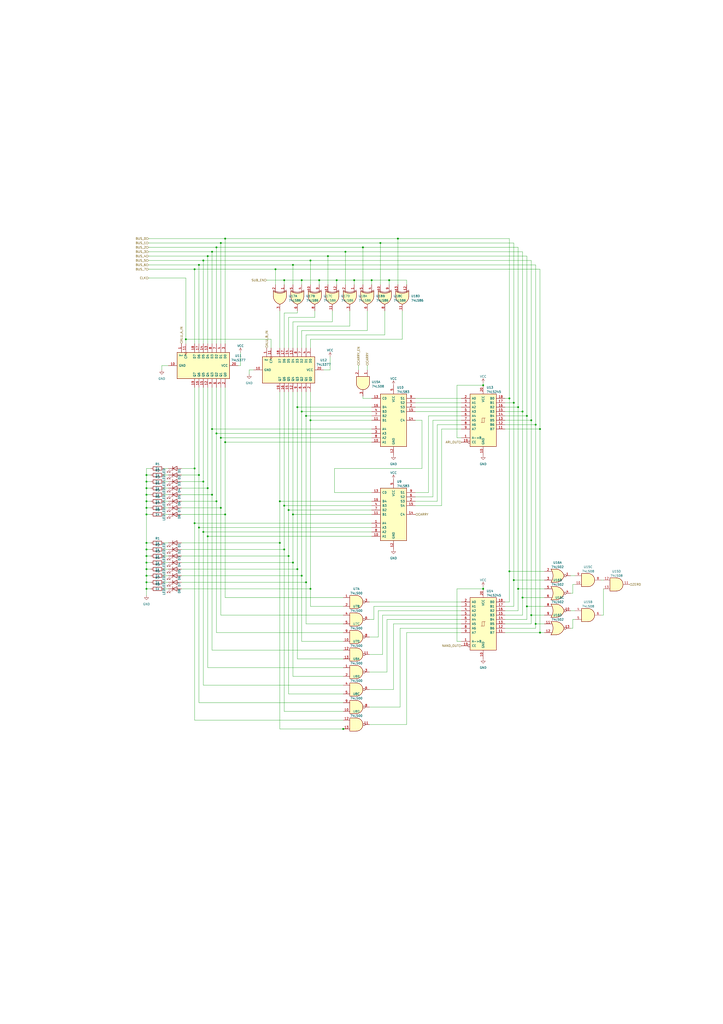
<source format=kicad_sch>
(kicad_sch (version 20230121) (generator eeschema)
  (paper "A2" portrait)
  (junction (at 185.42 162.56))
  (junction (at 298.45 336.55))
  (junction (at 85.09 275.59))
  (junction (at 280.67 223.52))
  (junction (at 306.07 351.79))
  (junction (at 115.57 275.59))
  (junction (at 195.58 162.56))
  (junction (at 298.45 233.68))
  (junction (at 85.09 318.77))
  (junction (at 125.73 290.83))
  (junction (at 205.74 162.56))
  (junction (at 177.8 241.3))
  (junction (at 165.1 162.56))
  (junction (at 300.99 341.63))
  (junction (at 175.26 334.01))
  (junction (at 167.64 295.91))
  (junction (at 303.53 346.71))
  (junction (at 113.03 271.78))
  (junction (at 85.09 326.39))
  (junction (at 170.18 298.45))
  (junction (at 180.34 243.84))
  (junction (at 303.53 238.76))
  (junction (at 210.82 143.51))
  (junction (at 313.69 248.92))
  (junction (at 85.09 283.21))
  (junction (at 128.27 294.64))
  (junction (at 311.15 361.95))
  (junction (at 308.61 356.87))
  (junction (at 130.81 298.45))
  (junction (at 180.34 341.63))
  (junction (at 226.06 162.56))
  (junction (at 125.73 251.46))
  (junction (at 160.02 156.21))
  (junction (at 295.91 331.47))
  (junction (at 172.72 236.22))
  (junction (at 165.1 293.37))
  (junction (at 118.11 279.4))
  (junction (at 170.18 326.39))
  (junction (at 120.65 148.59))
  (junction (at 165.1 318.77))
  (junction (at 200.66 146.05))
  (junction (at 123.19 287.02))
  (junction (at 118.11 151.13))
  (junction (at 306.07 241.3))
  (junction (at 128.27 254))
  (junction (at 85.09 279.4))
  (junction (at 313.69 367.03))
  (junction (at 85.09 287.02))
  (junction (at 170.18 153.67))
  (junction (at 190.5 148.59))
  (junction (at 85.09 337.82))
  (junction (at 172.72 330.2))
  (junction (at 130.81 138.43))
  (junction (at 123.19 248.92))
  (junction (at 175.26 162.56))
  (junction (at 107.95 196.85))
  (junction (at 162.56 290.83))
  (junction (at 180.34 151.13))
  (junction (at 231.14 138.43))
  (junction (at 85.09 330.2))
  (junction (at 311.15 246.38))
  (junction (at 85.09 322.58))
  (junction (at 308.61 243.84))
  (junction (at 128.27 140.97))
  (junction (at 85.09 294.64))
  (junction (at 167.64 322.58))
  (junction (at 115.57 153.67))
  (junction (at 113.03 303.53))
  (junction (at 130.81 256.54))
  (junction (at 220.98 140.97))
  (junction (at 175.26 238.76))
  (junction (at 280.67 341.63))
  (junction (at 162.56 314.96))
  (junction (at 123.19 146.05))
  (junction (at 125.73 143.51))
  (junction (at 215.9 162.56))
  (junction (at 115.57 306.07))
  (junction (at 177.8 337.82))
  (junction (at 113.03 156.21))
  (junction (at 120.65 283.21))
  (junction (at 300.99 236.22))
  (junction (at 295.91 231.14))
  (junction (at 85.09 290.83))
  (junction (at 85.09 298.45))
  (junction (at 199.39 422.91))
  (junction (at 85.09 334.01))
  (junction (at 118.11 308.61))
  (junction (at 85.09 314.96))
  (junction (at 85.09 341.63))
  (junction (at 120.65 311.15))
  (wire (pts (xy 177.8 337.82) (xy 177.8 361.95)))
  (wire (pts (xy 160.02 156.21) (xy 313.69 156.21)))
  (wire (pts (xy 251.46 243.84) (xy 251.46 288.29)))
  (wire (pts (xy 175.26 334.01) (xy 175.26 372.11)))
  (wire (pts (xy 87.63 283.21) (xy 85.09 283.21)))
  (wire (pts (xy 199.39 417.83) (xy 113.03 417.83)))
  (wire (pts (xy 195.58 162.56) (xy 185.42 162.56)))
  (wire (pts (xy 313.69 248.92) (xy 293.37 248.92)))
  (wire (pts (xy 177.8 241.3) (xy 177.8 337.82)))
  (wire (pts (xy 86.36 143.51) (xy 125.73 143.51)))
  (wire (pts (xy 87.63 275.59) (xy 85.09 275.59)))
  (wire (pts (xy 311.15 361.95) (xy 316.23 361.95)))
  (wire (pts (xy 241.3 238.76) (xy 267.97 238.76)))
  (wire (pts (xy 165.1 293.37) (xy 165.1 318.77)))
  (wire (pts (xy 85.09 318.77) (xy 87.63 318.77)))
  (wire (pts (xy 308.61 243.84) (xy 308.61 356.87)))
  (wire (pts (xy 115.57 275.59) (xy 115.57 306.07)))
  (wire (pts (xy 107.95 199.39) (xy 107.95 196.85)))
  (wire (pts (xy 210.82 143.51) (xy 210.82 165.1)))
  (wire (pts (xy 175.26 238.76) (xy 175.26 334.01)))
  (wire (pts (xy 298.45 336.55) (xy 298.45 351.79)))
  (wire (pts (xy 125.73 290.83) (xy 125.73 367.03)))
  (wire (pts (xy 170.18 153.67) (xy 311.15 153.67)))
  (wire (pts (xy 97.79 287.02) (xy 95.25 287.02)))
  (wire (pts (xy 86.36 148.59) (xy 120.65 148.59)))
  (wire (pts (xy 85.09 337.82) (xy 85.09 341.63)))
  (wire (pts (xy 167.64 295.91) (xy 167.64 322.58)))
  (wire (pts (xy 350.52 341.63) (xy 350.52 356.87)))
  (wire (pts (xy 97.79 275.59) (xy 95.25 275.59)))
  (wire (pts (xy 85.09 298.45) (xy 85.09 314.96)))
  (wire (pts (xy 265.43 372.11) (xy 265.43 341.63)))
  (wire (pts (xy 125.73 367.03) (xy 199.39 367.03)))
  (wire (pts (xy 233.68 196.85) (xy 180.34 196.85)))
  (wire (pts (xy 293.37 356.87) (xy 303.53 356.87)))
  (wire (pts (xy 128.27 140.97) (xy 220.98 140.97)))
  (wire (pts (xy 123.19 248.92) (xy 215.9 248.92)))
  (wire (pts (xy 87.63 294.64) (xy 85.09 294.64)))
  (wire (pts (xy 97.79 318.77) (xy 95.25 318.77)))
  (wire (pts (xy 300.99 341.63) (xy 300.99 354.33)))
  (wire (pts (xy 118.11 224.79) (xy 118.11 279.4)))
  (wire (pts (xy 97.79 298.45) (xy 95.25 298.45)))
  (wire (pts (xy 180.34 351.79) (xy 199.39 351.79)))
  (wire (pts (xy 214.63 400.05) (xy 228.6 400.05)))
  (wire (pts (xy 215.9 298.45) (xy 170.18 298.45)))
  (wire (pts (xy 300.99 354.33) (xy 293.37 354.33)))
  (wire (pts (xy 123.19 224.79) (xy 123.19 248.92)))
  (wire (pts (xy 118.11 308.61) (xy 118.11 397.51)))
  (wire (pts (xy 139.7 212.09) (xy 139.7 204.47)))
  (wire (pts (xy 105.41 326.39) (xy 170.18 326.39)))
  (wire (pts (xy 125.73 251.46) (xy 215.9 251.46)))
  (wire (pts (xy 219.71 369.57) (xy 219.71 354.33)))
  (wire (pts (xy 298.45 233.68) (xy 298.45 336.55)))
  (wire (pts (xy 113.03 303.53) (xy 113.03 417.83)))
  (wire (pts (xy 180.34 243.84) (xy 215.9 243.84)))
  (wire (pts (xy 180.34 151.13) (xy 180.34 165.1)))
  (wire (pts (xy 175.26 372.11) (xy 199.39 372.11)))
  (wire (pts (xy 308.61 356.87) (xy 316.23 356.87)))
  (wire (pts (xy 293.37 236.22) (xy 300.99 236.22)))
  (wire (pts (xy 300.99 341.63) (xy 316.23 341.63)))
  (wire (pts (xy 295.91 331.47) (xy 316.23 331.47)))
  (wire (pts (xy 215.9 236.22) (xy 172.72 236.22)))
  (wire (pts (xy 165.1 318.77) (xy 165.1 412.75)))
  (wire (pts (xy 306.07 359.41) (xy 293.37 359.41)))
  (wire (pts (xy 85.09 275.59) (xy 85.09 279.4)))
  (wire (pts (xy 180.34 243.84) (xy 180.34 341.63)))
  (wire (pts (xy 182.88 184.15) (xy 182.88 180.34)))
  (wire (pts (xy 130.81 138.43) (xy 130.81 199.39)))
  (wire (pts (xy 172.72 180.34) (xy 172.72 181.61)))
  (wire (pts (xy 87.63 279.4) (xy 85.09 279.4)))
  (wire (pts (xy 172.72 330.2) (xy 172.72 382.27)))
  (wire (pts (xy 241.3 236.22) (xy 267.97 236.22)))
  (wire (pts (xy 215.9 311.15) (xy 120.65 311.15)))
  (wire (pts (xy 97.79 314.96) (xy 95.25 314.96)))
  (wire (pts (xy 130.81 346.71) (xy 130.81 298.45)))
  (wire (pts (xy 85.09 330.2) (xy 87.63 330.2)))
  (wire (pts (xy 199.39 361.95) (xy 177.8 361.95)))
  (wire (pts (xy 293.37 241.3) (xy 306.07 241.3)))
  (wire (pts (xy 105.41 287.02) (xy 123.19 287.02)))
  (wire (pts (xy 293.37 351.79) (xy 298.45 351.79)))
  (wire (pts (xy 85.09 294.64) (xy 85.09 298.45)))
  (wire (pts (xy 154.94 162.56) (xy 165.1 162.56)))
  (wire (pts (xy 293.37 231.14) (xy 295.91 231.14)))
  (wire (pts (xy 214.63 389.89) (xy 224.79 389.89)))
  (wire (pts (xy 226.06 162.56) (xy 215.9 162.56)))
  (wire (pts (xy 185.42 162.56) (xy 185.42 165.1)))
  (wire (pts (xy 170.18 298.45) (xy 170.18 326.39)))
  (wire (pts (xy 85.09 326.39) (xy 85.09 330.2)))
  (wire (pts (xy 298.45 233.68) (xy 298.45 140.97)))
  (wire (pts (xy 125.73 143.51) (xy 210.82 143.51)))
  (wire (pts (xy 85.09 334.01) (xy 85.09 337.82)))
  (wire (pts (xy 311.15 246.38) (xy 311.15 361.95)))
  (wire (pts (xy 199.39 346.71) (xy 130.81 346.71)))
  (wire (pts (xy 85.09 337.82) (xy 87.63 337.82)))
  (wire (pts (xy 220.98 140.97) (xy 298.45 140.97)))
  (wire (pts (xy 241.3 290.83) (xy 254 290.83)))
  (wire (pts (xy 306.07 351.79) (xy 306.07 359.41)))
  (wire (pts (xy 190.5 148.59) (xy 306.07 148.59)))
  (wire (pts (xy 210.82 143.51) (xy 300.99 143.51)))
  (wire (pts (xy 85.09 330.2) (xy 85.09 334.01)))
  (wire (pts (xy 85.09 318.77) (xy 85.09 322.58)))
  (wire (pts (xy 85.09 290.83) (xy 85.09 294.64)))
  (wire (pts (xy 97.79 322.58) (xy 95.25 322.58)))
  (wire (pts (xy 236.22 162.56) (xy 226.06 162.56)))
  (wire (pts (xy 303.53 238.76) (xy 303.53 346.71)))
  (wire (pts (xy 217.17 359.41) (xy 217.17 351.79)))
  (wire (pts (xy 241.3 243.84) (xy 245.11 243.84)))
  (wire (pts (xy 214.63 349.25) (xy 267.97 349.25)))
  (wire (pts (xy 308.61 356.87) (xy 308.61 361.95)))
  (wire (pts (xy 293.37 361.95) (xy 308.61 361.95)))
  (wire (pts (xy 293.37 367.03) (xy 313.69 367.03)))
  (wire (pts (xy 165.1 412.75) (xy 199.39 412.75)))
  (wire (pts (xy 175.26 191.77) (xy 213.36 191.77)))
  (wire (pts (xy 241.3 233.68) (xy 267.97 233.68)))
  (wire (pts (xy 215.9 306.07) (xy 115.57 306.07)))
  (wire (pts (xy 128.27 356.87) (xy 128.27 294.64)))
  (wire (pts (xy 231.14 138.43) (xy 295.91 138.43)))
  (wire (pts (xy 349.25 356.87) (xy 350.52 356.87)))
  (wire (pts (xy 105.41 341.63) (xy 180.34 341.63)))
  (wire (pts (xy 85.09 283.21) (xy 85.09 287.02)))
  (wire (pts (xy 194.31 285.75) (xy 215.9 285.75)))
  (wire (pts (xy 85.09 279.4) (xy 85.09 283.21)))
  (wire (pts (xy 85.09 298.45) (xy 87.63 298.45)))
  (wire (pts (xy 223.52 194.31) (xy 223.52 180.34)))
  (wire (pts (xy 199.39 402.59) (xy 167.64 402.59)))
  (wire (pts (xy 85.09 314.96) (xy 87.63 314.96)))
  (wire (pts (xy 213.36 191.77) (xy 213.36 180.34)))
  (wire (pts (xy 220.98 140.97) (xy 220.98 165.1)))
  (wire (pts (xy 267.97 243.84) (xy 251.46 243.84)))
  (wire (pts (xy 303.53 346.71) (xy 303.53 356.87)))
  (wire (pts (xy 228.6 361.95) (xy 267.97 361.95)))
  (wire (pts (xy 185.42 162.56) (xy 175.26 162.56)))
  (wire (pts (xy 85.09 322.58) (xy 87.63 322.58)))
  (wire (pts (xy 120.65 148.59) (xy 120.65 199.39)))
  (wire (pts (xy 120.65 148.59) (xy 190.5 148.59)))
  (wire (pts (xy 167.64 201.93) (xy 167.64 184.15)))
  (wire (pts (xy 170.18 153.67) (xy 170.18 165.1)))
  (wire (pts (xy 217.17 351.79) (xy 267.97 351.79)))
  (wire (pts (xy 167.64 227.33) (xy 167.64 295.91)))
  (wire (pts (xy 118.11 279.4) (xy 118.11 308.61)))
  (wire (pts (xy 265.43 341.63) (xy 280.67 341.63)))
  (wire (pts (xy 97.79 341.63) (xy 95.25 341.63)))
  (wire (pts (xy 311.15 364.49) (xy 293.37 364.49)))
  (wire (pts (xy 105.41 271.78) (xy 113.03 271.78)))
  (wire (pts (xy 85.09 334.01) (xy 87.63 334.01)))
  (wire (pts (xy 311.15 361.95) (xy 311.15 364.49)))
  (wire (pts (xy 231.14 138.43) (xy 231.14 165.1)))
  (wire (pts (xy 105.41 290.83) (xy 125.73 290.83)))
  (wire (pts (xy 165.1 227.33) (xy 165.1 293.37)))
  (wire (pts (xy 214.63 379.73) (xy 222.25 379.73)))
  (wire (pts (xy 300.99 236.22) (xy 300.99 341.63)))
  (wire (pts (xy 85.09 341.63) (xy 87.63 341.63)))
  (wire (pts (xy 222.25 356.87) (xy 267.97 356.87)))
  (wire (pts (xy 120.65 311.15) (xy 120.65 387.35)))
  (wire (pts (xy 313.69 367.03) (xy 316.23 367.03)))
  (wire (pts (xy 165.1 181.61) (xy 165.1 201.93)))
  (wire (pts (xy 115.57 224.79) (xy 115.57 275.59)))
  (wire (pts (xy 130.81 138.43) (xy 231.14 138.43)))
  (wire (pts (xy 86.36 140.97) (xy 128.27 140.97)))
  (wire (pts (xy 331.47 354.33) (xy 334.01 354.33)))
  (wire (pts (xy 256.54 293.37) (xy 241.3 293.37)))
  (wire (pts (xy 97.79 326.39) (xy 95.25 326.39)))
  (wire (pts (xy 165.1 165.1) (xy 165.1 162.56)))
  (wire (pts (xy 232.41 410.21) (xy 232.41 364.49)))
  (wire (pts (xy 175.26 201.93) (xy 175.26 191.77)))
  (wire (pts (xy 308.61 243.84) (xy 308.61 151.13)))
  (wire (pts (xy 97.79 330.2) (xy 95.25 330.2)))
  (wire (pts (xy 157.48 196.85) (xy 157.48 201.93)))
  (wire (pts (xy 115.57 306.07) (xy 115.57 407.67)))
  (wire (pts (xy 332.74 359.41) (xy 334.01 359.41)))
  (wire (pts (xy 85.09 326.39) (xy 87.63 326.39)))
  (wire (pts (xy 241.3 285.75) (xy 248.92 285.75)))
  (wire (pts (xy 295.91 331.47) (xy 295.91 349.25)))
  (wire (pts (xy 210.82 229.87) (xy 210.82 231.14)))
  (wire (pts (xy 236.22 165.1) (xy 236.22 162.56)))
  (wire (pts (xy 105.41 279.4) (xy 118.11 279.4)))
  (wire (pts (xy 251.46 288.29) (xy 241.3 288.29)))
  (wire (pts (xy 224.79 359.41) (xy 267.97 359.41)))
  (wire (pts (xy 222.25 379.73) (xy 222.25 356.87)))
  (wire (pts (xy 293.37 243.84) (xy 308.61 243.84)))
  (wire (pts (xy 105.41 294.64) (xy 128.27 294.64)))
  (wire (pts (xy 97.79 290.83) (xy 95.25 290.83)))
  (wire (pts (xy 115.57 153.67) (xy 170.18 153.67)))
  (wire (pts (xy 177.8 241.3) (xy 215.9 241.3)))
  (wire (pts (xy 200.66 146.05) (xy 200.66 165.1)))
  (wire (pts (xy 165.1 162.56) (xy 175.26 162.56)))
  (wire (pts (xy 162.56 180.34) (xy 162.56 201.93)))
  (wire (pts (xy 130.81 256.54) (xy 215.9 256.54)))
  (wire (pts (xy 215.9 293.37) (xy 165.1 293.37)))
  (wire (pts (xy 180.34 227.33) (xy 180.34 243.84)))
  (wire (pts (xy 214.63 420.37) (xy 236.22 420.37)))
  (wire (pts (xy 295.91 349.25) (xy 293.37 349.25)))
  (wire (pts (xy 120.65 224.79) (xy 120.65 283.21)))
  (wire (pts (xy 172.72 181.61) (xy 165.1 181.61)))
  (wire (pts (xy 97.79 279.4) (xy 95.25 279.4)))
  (wire (pts (xy 306.07 241.3) (xy 306.07 148.59)))
  (wire (pts (xy 128.27 199.39) (xy 128.27 140.97)))
  (wire (pts (xy 205.74 162.56) (xy 205.74 165.1)))
  (wire (pts (xy 144.78 217.17) (xy 144.78 214.63)))
  (wire (pts (xy 295.91 231.14) (xy 295.91 138.43)))
  (wire (pts (xy 219.71 354.33) (xy 267.97 354.33)))
  (wire (pts (xy 130.81 256.54) (xy 130.81 298.45)))
  (wire (pts (xy 162.56 290.83) (xy 215.9 290.83)))
  (wire (pts (xy 245.11 271.78) (xy 245.11 243.84)))
  (wire (pts (xy 167.64 322.58) (xy 167.64 402.59)))
  (wire (pts (xy 233.68 180.34) (xy 233.68 196.85)))
  (wire (pts (xy 170.18 186.69) (xy 193.04 186.69)))
  (wire (pts (xy 194.31 285.75) (xy 194.31 271.78)))
  (wire (pts (xy 97.79 271.78) (xy 95.25 271.78)))
  (wire (pts (xy 280.67 340.36) (xy 280.67 341.63)))
  (wire (pts (xy 191.77 214.63) (xy 191.77 207.01)))
  (wire (pts (xy 160.02 156.21) (xy 160.02 165.1)))
  (wire (pts (xy 115.57 153.67) (xy 115.57 199.39)))
  (wire (pts (xy 199.39 397.51) (xy 118.11 397.51)))
  (wire (pts (xy 170.18 227.33) (xy 170.18 298.45)))
  (wire (pts (xy 105.41 334.01) (xy 175.26 334.01)))
  (wire (pts (xy 87.63 287.02) (xy 85.09 287.02)))
  (wire (pts (xy 248.92 285.75) (xy 248.92 241.3)))
  (wire (pts (xy 162.56 227.33) (xy 162.56 290.83)))
  (wire (pts (xy 199.39 377.19) (xy 123.19 377.19)))
  (wire (pts (xy 128.27 254) (xy 215.9 254)))
  (wire (pts (xy 205.74 162.56) (xy 195.58 162.56)))
  (wire (pts (xy 199.39 382.27) (xy 172.72 382.27)))
  (wire (pts (xy 215.9 162.56) (xy 205.74 162.56)))
  (wire (pts (xy 203.2 189.23) (xy 172.72 189.23)))
  (wire (pts (xy 97.79 294.64) (xy 95.25 294.64)))
  (wire (pts (xy 113.03 156.21) (xy 160.02 156.21)))
  (wire (pts (xy 118.11 308.61) (xy 215.9 308.61)))
  (wire (pts (xy 215.9 303.53) (xy 113.03 303.53)))
  (wire (pts (xy 138.43 212.09) (xy 139.7 212.09)))
  (wire (pts (xy 167.64 295.91) (xy 215.9 295.91)))
  (wire (pts (xy 228.6 400.05) (xy 228.6 361.95)))
  (wire (pts (xy 232.41 364.49) (xy 267.97 364.49)))
  (wire (pts (xy 306.07 241.3) (xy 306.07 351.79)))
  (wire (pts (xy 172.72 236.22) (xy 172.72 330.2)))
  (wire (pts (xy 125.73 143.51) (xy 125.73 199.39)))
  (wire (pts (xy 162.56 290.83) (xy 162.56 314.96)))
  (wire (pts (xy 236.22 367.03) (xy 236.22 420.37)))
  (wire (pts (xy 177.8 227.33) (xy 177.8 241.3)))
  (wire (pts (xy 125.73 251.46) (xy 125.73 290.83)))
  (wire (pts (xy 123.19 199.39) (xy 123.19 146.05)))
  (wire (pts (xy 105.41 318.77) (xy 165.1 318.77)))
  (wire (pts (xy 85.09 287.02) (xy 85.09 290.83)))
  (wire (pts (xy 87.63 271.78) (xy 85.09 271.78)))
  (wire (pts (xy 86.36 161.29) (xy 107.95 161.29)))
  (wire (pts (xy 199.39 356.87) (xy 128.27 356.87)))
  (wire (pts (xy 86.36 138.43) (xy 130.81 138.43)))
  (wire (pts (xy 107.95 196.85) (xy 157.48 196.85)))
  (wire (pts (xy 125.73 224.79) (xy 125.73 251.46)))
  (wire (pts (xy 236.22 367.03) (xy 267.97 367.03)))
  (wire (pts (xy 172.72 189.23) (xy 172.72 201.93)))
  (wire (pts (xy 118.11 151.13) (xy 180.34 151.13)))
  (wire (pts (xy 93.98 212.09) (xy 97.79 212.09)))
  (wire (pts (xy 313.69 156.21) (xy 313.69 248.92)))
  (wire (pts (xy 123.19 248.92) (xy 123.19 287.02)))
  (wire (pts (xy 175.26 227.33) (xy 175.26 238.76)))
  (wire (pts (xy 313.69 248.92) (xy 313.69 367.03)))
  (wire (pts (xy 267.97 372.11) (xy 265.43 372.11)))
  (wire (pts (xy 265.43 254) (xy 265.43 223.52)))
  (wire (pts (xy 86.36 156.21) (xy 113.03 156.21)))
  (wire (pts (xy 208.28 212.09) (xy 208.28 214.63)))
  (wire (pts (xy 107.95 161.29) (xy 107.95 196.85)))
  (wire (pts (xy 214.63 359.41) (xy 217.17 359.41)))
  (wire (pts (xy 199.39 407.67) (xy 115.57 407.67)))
  (wire (pts (xy 85.09 341.63) (xy 85.09 345.44)))
  (wire (pts (xy 120.65 283.21) (xy 120.65 311.15)))
  (wire (pts (xy 306.07 351.79) (xy 316.23 351.79)))
  (wire (pts (xy 113.03 271.78) (xy 113.03 303.53)))
  (wire (pts (xy 190.5 148.59) (xy 190.5 165.1)))
  (wire (pts (xy 267.97 248.92) (xy 256.54 248.92)))
  (wire (pts (xy 311.15 246.38) (xy 311.15 153.67)))
  (wire (pts (xy 293.37 246.38) (xy 311.15 246.38)))
  (wire (pts (xy 254 290.83) (xy 254 246.38)))
  (wire (pts (xy 187.96 214.63) (xy 191.77 214.63)))
  (wire (pts (xy 298.45 336.55) (xy 316.23 336.55)))
  (wire (pts (xy 200.66 422.91) (xy 199.39 422.91)))
  (wire (pts (xy 87.63 290.83) (xy 85.09 290.83)))
  (wire (pts (xy 128.27 224.79) (xy 128.27 254)))
  (wire (pts (xy 177.8 194.31) (xy 223.52 194.31)))
  (wire (pts (xy 175.26 238.76) (xy 215.9 238.76)))
  (wire (pts (xy 105.41 275.59) (xy 115.57 275.59)))
  (wire (pts (xy 170.18 392.43) (xy 199.39 392.43)))
  (wire (pts (xy 180.34 196.85) (xy 180.34 201.93)))
  (wire (pts (xy 215.9 162.56) (xy 215.9 165.1)))
  (wire (pts (xy 85.09 322.58) (xy 85.09 326.39)))
  (wire (pts (xy 113.03 224.79) (xy 113.03 271.78)))
  (wire (pts (xy 210.82 231.14) (xy 215.9 231.14)))
  (wire (pts (xy 203.2 180.34) (xy 203.2 189.23)))
  (wire (pts (xy 280.67 222.25) (xy 280.67 223.52)))
  (wire (pts (xy 331.47 344.17) (xy 332.74 344.17)))
  (wire (pts (xy 144.78 214.63) (xy 147.32 214.63)))
  (wire (pts (xy 200.66 146.05) (xy 303.53 146.05)))
  (wire (pts (xy 113.03 199.39) (xy 113.03 156.21)))
  (wire (pts (xy 105.41 337.82) (xy 177.8 337.82)))
  (wire (pts (xy 105.41 330.2) (xy 172.72 330.2)))
  (wire (pts (xy 267.97 254) (xy 265.43 254)))
  (wire (pts (xy 293.37 233.68) (xy 298.45 233.68)))
  (wire (pts (xy 172.72 227.33) (xy 172.72 236.22)))
  (wire (pts (xy 93.98 214.63) (xy 93.98 212.09)))
  (wire (pts (xy 316.23 346.71) (xy 303.53 346.71)))
  (wire (pts (xy 177.8 201.93) (xy 177.8 194.31)))
  (wire (pts (xy 213.36 212.09) (xy 213.36 214.63)))
  (wire (pts (xy 332.74 364.49) (xy 332.74 359.41)))
  (wire (pts (xy 105.41 314.96) (xy 162.56 314.96)))
  (wire (pts (xy 256.54 248.92) (xy 256.54 293.37)))
  (wire (pts (xy 224.79 389.89) (xy 224.79 359.41)))
  (wire (pts (xy 303.53 146.05) (xy 303.53 238.76)))
  (wire (pts (xy 248.92 241.3) (xy 267.97 241.3)))
  (wire (pts (xy 331.47 364.49) (xy 332.74 364.49)))
  (wire (pts (xy 105.41 298.45) (xy 130.81 298.45)))
  (wire (pts (xy 226.06 162.56) (xy 226.06 165.1)))
  (wire (pts (xy 105.41 283.21) (xy 120.65 283.21)))
  (wire (pts (xy 332.74 339.09) (xy 334.01 339.09)))
  (wire (pts (xy 105.41 322.58) (xy 167.64 322.58)))
  (wire (pts (xy 85.09 271.78) (xy 85.09 275.59)))
  (wire (pts (xy 86.36 153.67) (xy 115.57 153.67)))
  (wire (pts (xy 97.79 334.01) (xy 95.25 334.01)))
  (wire (pts (xy 180.34 151.13) (xy 308.61 151.13)))
  (wire (pts (xy 97.79 337.82) (xy 95.25 337.82)))
  (wire (pts (xy 349.25 336.55) (xy 350.52 336.55)))
  (wire (pts (xy 118.11 199.39) (xy 118.11 151.13)))
  (wire (pts (xy 214.63 369.57) (xy 219.71 369.57)))
  (wire (pts (xy 167.64 184.15) (xy 182.88 184.15)))
  (wire (pts (xy 170.18 201.93) (xy 170.18 186.69)))
  (wire (pts (xy 97.79 283.21) (xy 95.25 283.21)))
  (wire (pts (xy 195.58 162.56) (xy 195.58 165.1)))
  (wire (pts (xy 170.18 326.39) (xy 170.18 392.43)))
  (wire (pts (xy 162.56 314.96) (xy 162.56 422.91)))
  (wire (pts (xy 175.26 162.56) (xy 175.26 165.1)))
  (wire (pts (xy 199.39 422.91) (xy 162.56 422.91)))
  (wire (pts (xy 303.53 238.76) (xy 293.37 238.76)))
  (wire (pts (xy 332.74 344.17) (xy 332.74 339.09)))
  (wire (pts (xy 120.65 387.35) (xy 199.39 387.35)))
  (wire (pts (xy 300.99 236.22) (xy 300.99 143.51)))
  (wire (pts (xy 85.09 314.96) (xy 85.09 318.77)))
  (wire (pts (xy 193.04 186.69) (xy 193.04 180.34)))
  (wire (pts (xy 241.3 231.14) (xy 267.97 231.14)))
  (wire (pts (xy 194.31 271.78) (xy 245.11 271.78)))
  (wire (pts (xy 265.43 223.52) (xy 280.67 223.52)))
  (wire (pts (xy 214.63 410.21) (xy 232.41 410.21)))
  (wire (pts (xy 123.19 146.05) (xy 200.66 146.05)))
  (wire (pts (xy 128.27 254) (xy 128.27 294.64)))
  (wire (pts (xy 331.47 334.01) (xy 334.01 334.01)))
  (wire (pts (xy 86.36 151.13) (xy 118.11 151.13)))
  (wire (pts (xy 86.36 146.05) (xy 123.19 146.05)))
  (wire (pts (xy 130.81 224.79) (xy 130.81 256.54)))
  (wire (pts (xy 180.34 341.63) (xy 180.34 351.79)))
  (wire (pts (xy 123.19 377.19) (xy 123.19 287.02)))
  (wire (pts (xy 295.91 231.14) (xy 295.91 331.47)))
  (wire (pts (xy 254 246.38) (xy 267.97 246.38)))
  (hierarchical_label "CARRY" (shape input) (at 213.36 212.09 90))
  (hierarchical_label "BUS_6" (shape input) (at 86.36 153.67 180))
  (hierarchical_label "BUS_7" (shape input) (at 86.36 156.21 180))
  (hierarchical_label "BUS_0" (shape input) (at 86.36 138.43 180))
  (hierarchical_label "BUS_1" (shape input) (at 86.36 140.97 180))
  (hierarchical_label "ALU_A_IN" (shape input) (at 105.41 199.39 90))
  (hierarchical_label "ARI_OUT" (shape input) (at 267.97 256.54 180))
  (hierarchical_label "NAND_OUT" (shape input) (at 267.97 374.65 180))
  (hierarchical_label "SUB_EN" (shape input) (at 154.94 162.56 180))
  (hierarchical_label "BUS_2" (shape input) (at 86.36 143.51 180))
  (hierarchical_label "BUS_3" (shape input) (at 86.36 146.05 180))
  (hierarchical_label "BUS_5" (shape input) (at 86.36 151.13 180))
  (hierarchical_label "BUS_4" (shape input) (at 86.36 148.59 180))
  (hierarchical_label "CARRY_EN" (shape input) (at 208.28 212.09 90))
  (hierarchical_label "ALU_B_IN" (shape input) (at 154.94 201.93 90))
  (hierarchical_label "CARRY" (shape input) (at 241.3 298.45 0))
  (hierarchical_label "CLK" (shape input) (at 86.36 161.29 180))
  (hierarchical_label "ZERO" (shape input) (at 365.76 339.09 0))
  (symbol (lib_id "74xx:74LS86") (at 182.88 172.72 270) (unit 3)
    (property "Reference" "U17" (at 187.96 171.7802 90) (effects (justify left)))
    (property "Value" "74LS86" (at 187.96 174.3202 90) (effects (justify left)))
    (property "Datasheet" "74xx/74ls86.pdf" (effects hide))
  )
  (symbol (lib_id "74xx:74LS02") (at 323.85 334.01 0) (unit 1)
    (property "Reference" "U16" (at 323.85 326.39 0))
    (property "Value" "74LS02" (at 323.85 328.93 0))
    (property "Datasheet" "http://www.ti.com/lit/gpn/sn74ls02" (effects hide))
  )
  (symbol (lib_id "74xx:74LS08") (at 341.63 336.55 0) (unit 3)
    (property "Reference" "U15" (at 341.6217 328.93 0))
    (property "Value" "74LS08" (at 341.6217 331.47 0))
    (property "Datasheet" "http://www.ti.com/lit/gpn/sn74LS08" (effects hide))
  )
  (symbol (lib_id "74xx:74LS83") (at 228.6 298.45 0) (unit 1)
    (property "Reference" "U9" (at 230.5559 279.4 0) (effects (justify left)))
    (property "Value" "74LS83" (at 230.5559 281.94 0) (effects (justify left)))
    (property "Datasheet" "http://www.ti.com/lit/gpn/sn74LS83" (effects hide))
  )
  (symbol (lib_id "Device:R") (at 91.44 318.77 270) (unit 1)
    (property "Reference" "R2" (at 90.17 316.23 90) (effects (justify left)))
    (property "Value" "1k" (at 90.17 318.77 90) (effects (justify left)))
    (instances (project "schematics" (path "" (reference "R2") (unit 1)) (path "" (reference "R10") (unit 1)) (path "" (reference "R18") (unit 1)) (path "" (reference "R34") (unit 1))))
  )
  (symbol (lib_id "power:GND") (at 280.67 264.16 0) (unit 1)
    (property "Reference" "#PWR021" (effects hide))
    (property "Value" "GND" (at 280.67 269.24 0))
  )
  (symbol (lib_id "power:VCC") (at 280.67 340.36 0) (unit 1)
    (property "Reference" "#PWR025" (effects hide))
    (property "Value" "VCC" (at 280.67 336.55 0))
  )
  (symbol (lib_id "74xx:74LS00") (at 207.01 420.37 0) (unit 4)
    (property "Reference" "U8" (at 207.0017 412.75 0))
    (property "Value" "74LS00" (at 207.0017 415.29 0))
    (property "Datasheet" "http://www.ti.com/lit/gpn/sn74ls00" (effects hide))
  )
  (symbol (lib_id "74xx:74LS86") (at 233.68 172.72 270) (unit 4)
    (property "Reference" "U18" (at 238.76 171.7802 90) (effects (justify left)))
    (property "Value" "74LS86" (at 238.76 174.3202 90) (effects (justify left)))
    (property "Datasheet" "74xx/74ls86.pdf" (effects hide))
  )
  (symbol (lib_id "Device:LED") (at 101.6 283.21 0) (unit 1)
    (property "Reference" "D4" (at 104.14 283.21 90) (effects (justify right)))
    (property "Value" "LED" (at 95.25 283.21 90) (effects (justify right)))
    (instances (project "schematics" (path "" (reference "D4") (unit 1)) (path "" (reference "D12") (unit 1)) (path "" (reference "D20") (unit 1)) (path "" (reference "D28") (unit 1))))
  )
  (symbol (lib_id "power:VCC") (at 191.77 207.01 0) (unit 1)
    (property "Reference" "#PWR017" (effects hide))
    (property "Value" "VCC" (at 191.77 203.2 0))
  )
  (symbol (lib_id "Device:LED") (at 101.6 279.4 0) (unit 1)
    (property "Reference" "D3" (at 104.14 279.4 90) (effects (justify right)))
    (property "Value" "LED" (at 95.25 279.4 90) (effects (justify right)))
    (instances (project "schematics" (path "" (reference "D3") (unit 1)) (path "" (reference "D11") (unit 1)) (path "" (reference "D19") (unit 1)) (path "" (reference "D27") (unit 1))))
  )
  (symbol (lib_id "Device:LED") (at 101.6 318.77 0) (unit 1)
    (property "Reference" "D2" (at 104.14 318.77 90) (effects (justify right)))
    (property "Value" "LED" (at 95.25 318.77 90) (effects (justify right)))
    (instances (project "schematics" (path "" (reference "D2") (unit 1)) (path "" (reference "D10") (unit 1)) (path "" (reference "D18") (unit 1)) (path "" (reference "D34") (unit 1))))
  )
  (symbol (lib_id "power:VCC") (at 228.6 223.52 0) (unit 1)
    (property "Reference" "#PWR018" (effects hide))
    (property "Value" "VCC" (at 228.6 219.71 0))
  )
  (symbol (lib_id "power:GND") (at 144.78 217.17 0) (unit 1)
    (property "Reference" "#PWR014" (effects hide))
    (property "Value" "GND" (at 144.78 222.25 0))
  )
  (symbol (lib_id "74xx:74LS245") (at 280.67 243.84 0) (unit 1)
    (property "Reference" "U13" (at 282.6259 224.79 0) (effects (justify left)))
    (property "Value" "74LS245" (at 282.6259 227.33 0) (effects (justify left)))
    (property "Datasheet" "http://www.ti.com/lit/gpn/sn74LS245" (effects hide))
  )
  (symbol (lib_id "74xx:74LS00") (at 207.01 400.05 0) (unit 2)
    (property "Reference" "U8" (at 207.0017 392.43 0))
    (property "Value" "74LS00" (at 207.0017 394.97 0))
    (property "Datasheet" "http://www.ti.com/lit/gpn/sn74ls00" (effects hide))
  )
  (symbol (lib_id "Device:LED") (at 101.6 326.39 0) (unit 1)
    (property "Reference" "D4" (at 104.14 326.39 90) (effects (justify right)))
    (property "Value" "LED" (at 95.25 326.39 90) (effects (justify right)))
    (instances (project "schematics" (path "" (reference "D4") (unit 1)) (path "" (reference "D12") (unit 1)) (path "" (reference "D20") (unit 1)) (path "" (reference "D36") (unit 1))))
  )
  (symbol (lib_id "Device:LED") (at 101.6 337.82 0) (unit 1)
    (property "Reference" "D7" (at 104.14 337.82 90) (effects (justify right)))
    (property "Value" "LED" (at 95.25 337.82 90) (effects (justify right)))
    (instances (project "schematics" (path "" (reference "D7") (unit 1)) (path "" (reference "D15") (unit 1)) (path "" (reference "D23") (unit 1)) (path "" (reference "D39") (unit 1))))
  )
  (symbol (lib_id "74xx:74LS00") (at 207.01 410.21 0) (unit 3)
    (property "Reference" "U8" (at 207.0017 402.59 0))
    (property "Value" "74LS00" (at 207.0017 405.13 0))
    (property "Datasheet" "http://www.ti.com/lit/gpn/sn74ls00" (effects hide))
  )
  (symbol (lib_id "power:VCC") (at 139.7 204.47 0) (unit 1)
    (property "Reference" "#PWR016" (effects hide))
    (property "Value" "VCC" (at 139.7 200.66 0))
  )
  (symbol (lib_id "Device:LED") (at 101.6 314.96 0) (unit 1)
    (property "Reference" "D1" (at 104.14 314.96 90) (effects (justify right)))
    (property "Value" "LED" (at 95.25 314.96 90) (effects (justify right)))
    (instances (project "schematics" (path "" (reference "D1") (unit 1)) (path "" (reference "D9") (unit 1)) (path "" (reference "D17") (unit 1)) (path "" (reference "D33") (unit 1))))
  )
  (symbol (lib_id "Device:R") (at 91.44 287.02 270) (unit 1)
    (property "Reference" "R5" (at 90.17 284.48 90) (effects (justify left)))
    (property "Value" "1k" (at 90.17 287.02 90) (effects (justify left)))
    (instances (project "schematics" (path "" (reference "R5") (unit 1)) (path "" (reference "R13") (unit 1)) (path "" (reference "R21") (unit 1)) (path "" (reference "R29") (unit 1))))
  )
  (symbol (lib_id "Device:LED") (at 101.6 298.45 0) (unit 1)
    (property "Reference" "D8" (at 104.14 298.45 90) (effects (justify right)))
    (property "Value" "LED" (at 95.25 298.45 90) (effects (justify right)))
    (instances (project "schematics" (path "" (reference "D8") (unit 1)) (path "" (reference "D16") (unit 1)) (path "" (reference "D24") (unit 1)) (path "" (reference "D32") (unit 1))))
  )
  (symbol (lib_id "74xx:74LS86") (at 223.52 172.72 270) (unit 3)
    (property "Reference" "U18" (at 228.6 171.7802 90) (effects (justify left)))
    (property "Value" "74LS86" (at 228.6 174.3202 90) (effects (justify left)))
    (property "Datasheet" "74xx/74ls86.pdf" (effects hide))
  )
  (symbol (lib_id "Device:R") (at 91.44 279.4 270) (unit 1)
    (property "Reference" "R3" (at 90.17 276.86 90) (effects (justify left)))
    (property "Value" "1k" (at 90.17 279.4 90) (effects (justify left)))
    (instances (project "schematics" (path "" (reference "R3") (unit 1)) (path "" (reference "R11") (unit 1)) (path "" (reference "R19") (unit 1)) (path "" (reference "R27") (unit 1))))
  )
  (symbol (lib_id "74xx:74LS08") (at 358.14 339.09 0) (unit 4)
    (property "Reference" "U15" (at 358.1317 331.47 0))
    (property "Value" "74LS08" (at 358.1317 334.01 0))
    (property "Datasheet" "http://www.ti.com/lit/gpn/sn74LS08" (effects hide))
  )
  (symbol (lib_id "74xx:74LS00") (at 207.01 379.73 0) (unit 4)
    (property "Reference" "U7" (at 207.0017 372.11 0))
    (property "Value" "74LS00" (at 207.0017 374.65 0))
    (property "Datasheet" "http://www.ti.com/lit/gpn/sn74ls00" (effects hide))
  )
  (symbol (lib_id "74xx:74LS02") (at 323.85 364.49 0) (unit 4)
    (property "Reference" "U16" (at 323.85 356.87 0))
    (property "Value" "74LS02" (at 323.85 359.41 0))
    (property "Datasheet" "http://www.ti.com/lit/gpn/sn74ls02" (effects hide))
  )
  (symbol (lib_id "74xx:74LS86") (at 172.72 172.72 270) (unit 2)
    (property "Reference" "U17" (at 177.8 171.7802 90) (effects (justify left)))
    (property "Value" "74LS86" (at 177.8 174.3202 90) (effects (justify left)))
    (property "Datasheet" "74xx/74ls86.pdf" (effects hide))
  )
  (symbol (lib_id "Device:R") (at 91.44 314.96 270) (unit 1)
    (property "Reference" "R1" (at 90.17 312.42 90) (effects (justify left)))
    (property "Value" "1k" (at 90.17 314.96 90) (effects (justify left)))
    (instances (project "schematics" (path "" (reference "R1") (unit 1)) (path "" (reference "R9") (unit 1)) (path "" (reference "R17") (unit 1)) (path "" (reference "R33") (unit 1))))
  )
  (symbol (lib_id "Device:LED") (at 101.6 275.59 0) (unit 1)
    (property "Reference" "D2" (at 104.14 275.59 90) (effects (justify right)))
    (property "Value" "LED" (at 95.25 275.59 90) (effects (justify right)))
    (instances (project "schematics" (path "" (reference "D2") (unit 1)) (path "" (reference "D10") (unit 1)) (path "" (reference "D18") (unit 1)) (path "" (reference "D26") (unit 1))))
  )
  (symbol (lib_id "power:GND") (at 85.09 345.44 0) (unit 1)
    (property "Reference" "#PWR013" (effects hide))
    (property "Value" "GND" (at 85.09 350.52 0))
  )
  (symbol (lib_id "74xx:74LS245") (at 280.67 361.95 0) (unit 1)
    (property "Reference" "U14" (at 282.6259 342.9 0) (effects (justify left)))
    (property "Value" "74LS245" (at 282.6259 345.44 0) (effects (justify left)))
    (property "Datasheet" "http://www.ti.com/lit/gpn/sn74LS245" (effects hide))
  )
  (symbol (lib_id "Device:LED") (at 101.6 341.63 0) (unit 1)
    (property "Reference" "D8" (at 104.14 341.63 90) (effects (justify right)))
    (property "Value" "LED" (at 95.25 341.63 90) (effects (justify right)))
    (instances (project "schematics" (path "" (reference "D8") (unit 1)) (path "" (reference "D16") (unit 1)) (path "" (reference "D24") (unit 1)) (path "" (reference "D40") (unit 1))))
  )
  (symbol (lib_id "Device:R") (at 91.44 341.63 270) (unit 1)
    (property "Reference" "R8" (at 90.17 339.09 90) (effects (justify left)))
    (property "Value" "1k" (at 90.17 341.63 90) (effects (justify left)))
    (instances (project "schematics" (path "" (reference "R8") (unit 1)) (path "" (reference "R16") (unit 1)) (path "" (reference "R24") (unit 1)) (path "" (reference "R40") (unit 1))))
  )
  (symbol (lib_id "Device:LED") (at 101.6 334.01 0) (unit 1)
    (property "Reference" "D6" (at 104.14 334.01 90) (effects (justify right)))
    (property "Value" "LED" (at 95.25 334.01 90) (effects (justify right)))
    (instances (project "schematics" (path "" (reference "D6") (unit 1)) (path "" (reference "D14") (unit 1)) (path "" (reference "D22") (unit 1)) (path "" (reference "D38") (unit 1))))
  )
  (symbol (lib_id "74xx:74LS08") (at 210.82 222.25 270) (unit 1)
    (property "Reference" "U15" (at 215.9 221.6067 90) (effects (justify left)))
    (property "Value" "74LS08" (at 215.9 224.1467 90) (effects (justify left)))
    (property "Datasheet" "http://www.ti.com/lit/gpn/sn74LS08" (effects hide))
  )
  (symbol (lib_id "74xx:74LS08") (at 341.63 356.87 0) (unit 2)
    (property "Reference" "U15" (at 341.6217 349.25 0))
    (property "Value" "74LS08" (at 341.6217 351.79 0))
    (property "Datasheet" "http://www.ti.com/lit/gpn/sn74LS08" (effects hide))
  )
  (symbol (lib_id "74xx:74LS377") (at 118.11 212.09 270) (unit 1)
    (property "Reference" "U11" (at 138.43 206.4003 90))
    (property "Value" "74LS377" (at 138.43 208.9403 90))
    (property "Datasheet" "http://www.ti.com/lit/gpn/sn74LS377" (effects hide))
  )
  (symbol (lib_id "74xx:74LS86") (at 203.2 172.72 270) (unit 1)
    (property "Reference" "U18" (at 208.28 171.7802 90) (effects (justify left)))
    (property "Value" "74LS86" (at 208.28 174.3202 90) (effects (justify left)))
    (property "Datasheet" "74xx/74ls86.pdf" (effects hide))
  )
  (symbol (lib_id "Device:R") (at 91.44 330.2 270) (unit 1)
    (property "Reference" "R5" (at 90.17 327.66 90) (effects (justify left)))
    (property "Value" "1k" (at 90.17 330.2 90) (effects (justify left)))
    (instances (project "schematics" (path "" (reference "R5") (unit 1)) (path "" (reference "R13") (unit 1)) (path "" (reference "R21") (unit 1)) (path "" (reference "R37") (unit 1))))
  )
  (symbol (lib_id "Device:R") (at 91.44 334.01 270) (unit 1)
    (property "Reference" "R6" (at 90.17 331.47 90) (effects (justify left)))
    (property "Value" "1k" (at 90.17 334.01 90) (effects (justify left)))
    (instances (project "schematics" (path "" (reference "R6") (unit 1)) (path "" (reference "R14") (unit 1)) (path "" (reference "R22") (unit 1)) (path "" (reference "R38") (unit 1))))
  )
  (symbol (lib_id "Device:R") (at 91.44 322.58 270) (unit 1)
    (property "Reference" "R3" (at 90.17 320.04 90) (effects (justify left)))
    (property "Value" "1k" (at 90.17 322.58 90) (effects (justify left)))
    (instances (project "schematics" (path "" (reference "R3") (unit 1)) (path "" (reference "R11") (unit 1)) (path "" (reference "R19") (unit 1)) (path "" (reference "R35") (unit 1))))
  )
  (symbol (lib_id "power:GND") (at 228.6 318.77 0) (unit 1)
    (property "Reference" "#PWR022" (effects hide))
    (property "Value" "GND" (at 228.6 323.85 0))
  )
  (symbol (lib_id "Device:R") (at 91.44 290.83 270) (unit 1)
    (property "Reference" "R6" (at 90.17 288.29 90) (effects (justify left)))
    (property "Value" "1k" (at 90.17 290.83 90) (effects (justify left)))
    (instances (project "schematics" (path "" (reference "R6") (unit 1)) (path "" (reference "R14") (unit 1)) (path "" (reference "R22") (unit 1)) (path "" (reference "R30") (unit 1))))
  )
  (symbol (lib_id "power:GND") (at 280.67 382.27 0) (unit 1)
    (property "Reference" "#PWR024" (effects hide))
    (property "Value" "GND" (at 280.67 387.35 0))
  )
  (symbol (lib_id "74xx:74LS86") (at 162.56 172.72 270) (unit 1)
    (property "Reference" "U17" (at 167.64 171.7802 90) (effects (justify left)))
    (property "Value" "74LS86" (at 167.64 174.3202 90) (effects (justify left)))
    (property "Datasheet" "74xx/74ls86.pdf" (effects hide))
  )
  (symbol (lib_id "power:GND") (at 228.6 264.16 0) (unit 1)
    (property "Reference" "#PWR020" (effects hide))
    (property "Value" "GND" (at 228.6 269.24 0))
  )
  (symbol (lib_id "Device:LED") (at 101.6 330.2 0) (unit 1)
    (property "Reference" "D5" (at 104.14 330.2 90) (effects (justify right)))
    (property "Value" "LED" (at 95.25 330.2 90) (effects (justify right)))
    (instances (project "schematics" (path "" (reference "D5") (unit 1)) (path "" (reference "D13") (unit 1)) (path "" (reference "D21") (unit 1)) (path "" (reference "D37") (unit 1))))
  )
  (symbol (lib_id "74xx:74LS00") (at 207.01 369.57 0) (unit 3)
    (property "Reference" "U7" (at 207.0017 361.95 0))
    (property "Value" "74LS00" (at 207.0017 364.49 0))
    (property "Datasheet" "http://www.ti.com/lit/gpn/sn74ls00" (effects hide))
  )
  (symbol (lib_id "74xx:74LS00") (at 207.01 349.25 0) (unit 1)
    (property "Reference" "U7" (at 207.0017 341.63 0))
    (property "Value" "74LS00" (at 207.0017 344.17 0))
    (property "Datasheet" "http://www.ti.com/lit/gpn/sn74ls00" (effects hide))
  )
  (symbol (lib_id "Device:LED") (at 101.6 287.02 0) (unit 1)
    (property "Reference" "D5" (at 104.14 287.02 90) (effects (justify right)))
    (property "Value" "LED" (at 95.25 287.02 90) (effects (justify right)))
    (instances (project "schematics" (path "" (reference "D5") (unit 1)) (path "" (reference "D13") (unit 1)) (path "" (reference "D21") (unit 1)) (path "" (reference "D29") (unit 1))))
  )
  (symbol (lib_id "74xx:74LS86") (at 193.04 172.72 270) (unit 4)
    (property "Reference" "U17" (at 198.12 171.7802 90) (effects (justify left)))
    (property "Value" "74LS86" (at 198.12 174.3202 90) (effects (justify left)))
    (property "Datasheet" "74xx/74ls86.pdf" (effects hide))
  )
  (symbol (lib_id "Device:LED") (at 101.6 271.78 0) (unit 1)
    (property "Reference" "D1" (at 104.14 271.78 90) (effects (justify right)))
    (property "Value" "LED" (at 95.25 271.78 90) (effects (justify right)))
    (instances (project "schematics" (path "" (reference "D1") (unit 1)) (path "" (reference "D9") (unit 1)) (path "" (reference "D17") (unit 1)) (path "" (reference "D25") (unit 1))))
  )
  (symbol (lib_id "74xx:74LS00") (at 207.01 389.89 0) (unit 1)
    (property "Reference" "U8" (at 207.0017 382.27 0))
    (property "Value" "74LS00" (at 207.0017 384.81 0))
    (property "Datasheet" "http://www.ti.com/lit/gpn/sn74ls00" (effects hide))
  )
  (symbol (lib_id "74xx:74LS00") (at 207.01 359.41 0) (unit 2)
    (property "Reference" "U7" (at 207.0017 351.79 0))
    (property "Value" "74LS00" (at 207.0017 354.33 0))
    (property "Datasheet" "http://www.ti.com/lit/gpn/sn74ls00" (effects hide))
  )
  (symbol (lib_id "74xx:74LS86") (at 213.36 172.72 270) (unit 2)
    (property "Reference" "U18" (at 218.44 171.7802 90) (effects (justify left)))
    (property "Value" "74LS86" (at 218.44 174.3202 90) (effects (justify left)))
    (property "Datasheet" "74xx/74ls86.pdf" (effects hide))
  )
  (symbol (lib_id "74xx:74LS02") (at 323.85 344.17 0) (unit 2)
    (property "Reference" "U16" (at 323.85 336.55 0))
    (property "Value" "74LS02" (at 323.85 339.09 0))
    (property "Datasheet" "http://www.ti.com/lit/gpn/sn74ls02" (effects hide))
  )
  (symbol (lib_id "74xx:74LS02") (at 323.85 354.33 0) (unit 3)
    (property "Reference" "U16" (at 325.12 346.71 0))
    (property "Value" "74LS02" (at 323.85 349.25 0))
    (property "Datasheet" "http://www.ti.com/lit/gpn/sn74ls02" (effects hide))
  )
  (symbol (lib_id "Device:R") (at 91.44 294.64 270) (unit 1)
    (property "Reference" "R7" (at 90.17 292.1 90) (effects (justify left)))
    (property "Value" "1k" (at 90.17 294.64 90) (effects (justify left)))
    (instances (project "schematics" (path "" (reference "R7") (unit 1)) (path "" (reference "R15") (unit 1)) (path "" (reference "R23") (unit 1)) (path "" (reference "R31") (unit 1))))
  )
  (symbol (lib_id "Device:LED") (at 101.6 322.58 0) (unit 1)
    (property "Reference" "D3" (at 104.14 322.58 90) (effects (justify right)))
    (property "Value" "LED" (at 95.25 322.58 90) (effects (justify right)))
    (instances (project "schematics" (path "" (reference "D3") (unit 1)) (path "" (reference "D11") (unit 1)) (path "" (reference "D19") (unit 1)) (path "" (reference "D35") (unit 1))))
  )
  (symbol (lib_id "power:VCC") (at 280.67 222.25 0) (unit 1)
    (property "Reference" "#PWR019" (effects hide))
    (property "Value" "VCC" (at 280.67 218.44 0))
  )
  (symbol (lib_id "74xx:74LS377") (at 167.64 214.63 270) (unit 1)
    (property "Reference" "U12" (at 187.96 208.9403 90))
    (property "Value" "74LS377" (at 187.96 211.4803 90))
    (property "Datasheet" "http://www.ti.com/lit/gpn/sn74LS377" (effects hide))
  )
  (symbol (lib_id "Device:R") (at 91.44 271.78 270) (unit 1)
    (property "Reference" "R1" (at 90.17 269.24 90) (effects (justify left)))
    (property "Value" "1k" (at 90.17 271.78 90) (effects (justify left)))
    (instances (project "schematics" (path "" (reference "R1") (unit 1)) (path "" (reference "R9") (unit 1)) (path "" (reference "R17") (unit 1)) (path "" (reference "R25") (unit 1))))
  )
  (symbol (lib_id "Device:LED") (at 101.6 290.83 0) (unit 1)
    (property "Reference" "D6" (at 104.14 290.83 90) (effects (justify right)))
    (property "Value" "LED" (at 95.25 290.83 90) (effects (justify right)))
    (instances (project "schematics" (path "" (reference "D6") (unit 1)) (path "" (reference "D14") (unit 1)) (path "" (reference "D22") (unit 1)) (path "" (reference "D30") (unit 1))))
  )
  (symbol (lib_id "power:VCC") (at 228.6 278.13 0) (unit 1)
    (property "Reference" "#PWR023" (effects hide))
    (property "Value" "VCC" (at 228.6 274.32 0))
  )
  (symbol (lib_id "Device:R") (at 91.44 298.45 270) (unit 1)
    (property "Reference" "R8" (at 90.17 295.91 90) (effects (justify left)))
    (property "Value" "1k" (at 90.17 298.45 90) (effects (justify left)))
    (instances (project "schematics" (path "" (reference "R8") (unit 1)) (path "" (reference "R16") (unit 1)) (path "" (reference "R24") (unit 1)) (path "" (reference "R32") (unit 1))))
  )
  (symbol (lib_id "Device:R") (at 91.44 337.82 270) (unit 1)
    (property "Reference" "R7" (at 90.17 335.28 90) (effects (justify left)))
    (property "Value" "1k" (at 90.17 337.82 90) (effects (justify left)))
    (instances (project "schematics" (path "" (reference "R7") (unit 1)) (path "" (reference "R15") (unit 1)) (path "" (reference "R23") (unit 1)) (path "" (reference "R39") (unit 1))))
  )
  (symbol (lib_id "power:GND") (at 93.98 214.63 0) (unit 1)
    (property "Reference" "#PWR015" (effects hide))
    (property "Value" "GND" (at 93.98 219.71 0))
  )
  (symbol (lib_id "Device:R") (at 91.44 283.21 270) (unit 1)
    (property "Reference" "R4" (at 90.17 280.67 90) (effects (justify left)))
    (property "Value" "1k" (at 90.17 283.21 90) (effects (justify left)))
    (instances (project "schematics" (path "" (reference "R4") (unit 1)) (path "" (reference "R12") (unit 1)) (path "" (reference "R20") (unit 1)) (path "" (reference "R28") (unit 1))))
  )
  (symbol (lib_id "Device:R") (at 91.44 326.39 270) (unit 1)
    (property "Reference" "R4" (at 90.17 323.85 90) (effects (justify left)))
    (property "Value" "1k" (at 90.17 326.39 90) (effects (justify left)))
    (instances (project "schematics" (path "" (reference "R4") (unit 1)) (path "" (reference "R12") (unit 1)) (path "" (reference "R20") (unit 1)) (path "" (reference "R36") (unit 1))))
  )
  (symbol (lib_id "Device:R") (at 91.44 275.59 270) (unit 1)
    (property "Reference" "R2" (at 90.17 273.05 90) (effects (justify left)))
    (property "Value" "1k" (at 90.17 275.59 90) (effects (justify left)))
    (instances (project "schematics" (path "" (reference "R2") (unit 1)) (path "" (reference "R10") (unit 1)) (path "" (reference "R18") (unit 1)) (path "" (reference "R26") (unit 1))))
  )
  (symbol (lib_id "74xx:74LS83") (at 228.6 243.84 0) (unit 1)
    (property "Reference" "U10" (at 230.5559 224.79 0) (effects (justify left)))
    (property "Value" "74LS83" (at 230.5559 227.33 0) (effects (justify left)))
    (property "Datasheet" "http://www.ti.com/lit/gpn/sn74LS83" (effects hide))
  )
  (symbol (lib_id "Device:LED") (at 101.6 294.64 0) (unit 1)
    (property "Reference" "D7" (at 104.14 294.64 90) (effects (justify right)))
    (property "Value" "LED" (at 95.25 294.64 90) (effects (justify right)))
    (instances (project "schematics" (path "" (reference "D7") (unit 1)) (path "" (reference "D15") (unit 1)) (path "" (reference "D23") (unit 1)) (path "" (reference "D31") (unit 1))))
  )
)
</source>
